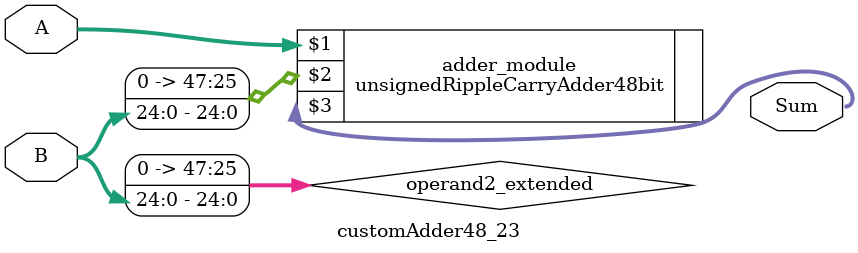
<source format=v>
module customAdder48_23(
                        input [47 : 0] A,
                        input [24 : 0] B,
                        
                        output [48 : 0] Sum
                );

        wire [47 : 0] operand2_extended;
        
        assign operand2_extended =  {23'b0, B};
        
        unsignedRippleCarryAdder48bit adder_module(
            A,
            operand2_extended,
            Sum
        );
        
        endmodule
        
</source>
